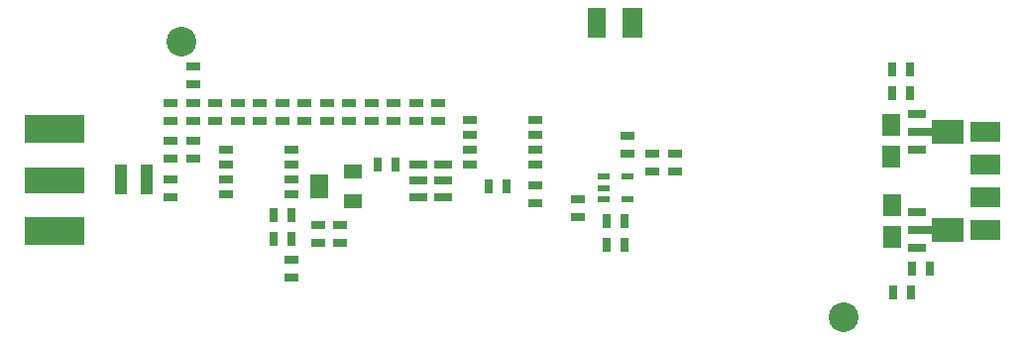
<source format=gts>
G04 (created by PCBNEW (2013-09-28 BZR 4356)-product) date 10/22/2013 9:10:19 PM*
%MOIN*%
G04 Gerber Fmt 3.4, Leading zero omitted, Abs format*
%FSLAX34Y34*%
G01*
G70*
G90*
G04 APERTURE LIST*
%ADD10C,0.005906*%
%ADD11R,0.200000X0.095000*%
%ADD12R,0.200000X0.090000*%
%ADD13R,0.045000X0.025000*%
%ADD14R,0.025000X0.045000*%
%ADD15R,0.100000X0.070000*%
%ADD16R,0.060000X0.100000*%
%ADD17R,0.063000X0.027600*%
%ADD18R,0.082700X0.027600*%
%ADD19R,0.108300X0.078700*%
%ADD20R,0.059100X0.076800*%
%ADD21R,0.050000X0.025000*%
%ADD22R,0.062992X0.051181*%
%ADD23R,0.062992X0.078740*%
%ADD24R,0.039528X0.104331*%
%ADD25R,0.039400X0.023600*%
%ADD26R,0.059055X0.031496*%
%ADD27R,0.070000X0.100000*%
%ADD28C,0.100000*%
G04 APERTURE END LIST*
G54D10*
G54D11*
X62125Y-56150D03*
X62125Y-52700D03*
G54D12*
X62125Y-54425D03*
G54D13*
X67550Y-51850D03*
X67550Y-52450D03*
X69050Y-52450D03*
X69050Y-51850D03*
G54D14*
X73000Y-53900D03*
X73600Y-53900D03*
X77350Y-54650D03*
X76750Y-54650D03*
G54D13*
X73550Y-52450D03*
X73550Y-51850D03*
X66800Y-51200D03*
X66800Y-50600D03*
X66800Y-51850D03*
X66800Y-52450D03*
X66050Y-51850D03*
X66050Y-52450D03*
X71000Y-55950D03*
X71000Y-56550D03*
G54D14*
X91555Y-57410D03*
X90955Y-57410D03*
G54D13*
X66050Y-53100D03*
X66050Y-53700D03*
G54D14*
X90900Y-50700D03*
X90300Y-50700D03*
X90930Y-58210D03*
X90330Y-58210D03*
X70100Y-55600D03*
X69500Y-55600D03*
G54D13*
X71300Y-52450D03*
X71300Y-51850D03*
X74300Y-51850D03*
X74300Y-52450D03*
X68300Y-52450D03*
X68300Y-51850D03*
G54D14*
X70100Y-56400D03*
X69500Y-56400D03*
G54D13*
X71750Y-55950D03*
X71750Y-56550D03*
X66800Y-53100D03*
X66800Y-53700D03*
X70550Y-52450D03*
X70550Y-51850D03*
X66050Y-54400D03*
X66050Y-55000D03*
X78300Y-54600D03*
X78300Y-55200D03*
X75050Y-51850D03*
X75050Y-52450D03*
G54D14*
X90300Y-51500D03*
X90900Y-51500D03*
G54D15*
X93435Y-52805D03*
G54D16*
X80360Y-49130D03*
G54D15*
X93435Y-56105D03*
X93435Y-55005D03*
X93435Y-53905D03*
G54D17*
X91130Y-55509D03*
G54D18*
X91228Y-56100D03*
G54D17*
X91130Y-56691D03*
G54D19*
X92173Y-56100D03*
G54D17*
X91130Y-52209D03*
G54D18*
X91228Y-52800D03*
G54D17*
X91130Y-53391D03*
G54D19*
X92173Y-52800D03*
G54D20*
X90278Y-53641D03*
X90278Y-52559D03*
X90300Y-55259D03*
X90300Y-56341D03*
G54D21*
X78300Y-53900D03*
X78300Y-53400D03*
X78300Y-52900D03*
X78300Y-52400D03*
X76100Y-52400D03*
X76100Y-52900D03*
X76100Y-53400D03*
X76100Y-53900D03*
G54D22*
X72170Y-55150D03*
X72170Y-54150D03*
G54D23*
X71029Y-54650D03*
G54D21*
X67900Y-53400D03*
X67900Y-53900D03*
X67900Y-54400D03*
X67900Y-54900D03*
X70100Y-54900D03*
X70100Y-54400D03*
X70100Y-53900D03*
X70100Y-53400D03*
G54D24*
X64375Y-54400D03*
X65224Y-54400D03*
G54D25*
X80589Y-54315D03*
X80589Y-55065D03*
X80589Y-54690D03*
X81421Y-55065D03*
X81421Y-54315D03*
G54D14*
X80700Y-55800D03*
X81300Y-55800D03*
X81300Y-56600D03*
X80700Y-56600D03*
G54D13*
X82250Y-54150D03*
X82250Y-53550D03*
X79730Y-55070D03*
X79730Y-55670D03*
X83000Y-54150D03*
X83000Y-53550D03*
X72050Y-51850D03*
X72050Y-52450D03*
X69800Y-51850D03*
X69800Y-52450D03*
X70100Y-57700D03*
X70100Y-57100D03*
X72800Y-52450D03*
X72800Y-51850D03*
X81400Y-52950D03*
X81400Y-53550D03*
G54D26*
X74375Y-53896D03*
X74375Y-54448D03*
X74375Y-54999D03*
X75202Y-53896D03*
X75202Y-54448D03*
X75202Y-54999D03*
G54D27*
X81585Y-49130D03*
G54D28*
X66393Y-49779D03*
X88677Y-59031D03*
M02*

</source>
